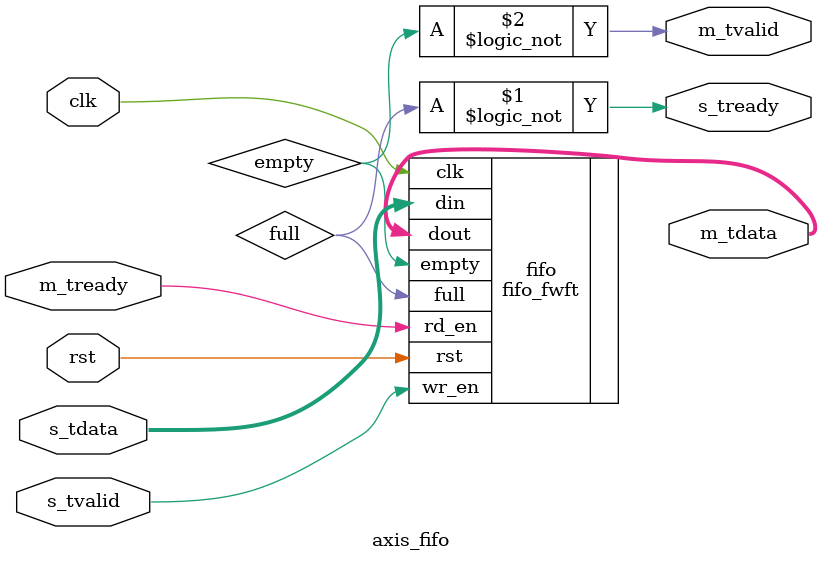
<source format=v>
`timescale 1ps/1ps


module axis_fifo
  #(parameter DATA_WIDTH = 8,
    parameter ADDR_WIDTH = 4)
   (
    input                   clk,
    input                   rst,
    input [DATA_WIDTH-1:0]  s_tdata,
    input                   s_tvalid,
    output                  s_tready,
    output [DATA_WIDTH-1:0] m_tdata,
    input                   m_tready,
    output                  m_tvalid);

    // initial begin
    //     $dumpfile ("axis_fifo.vcd");
    //     $dumpvars (0, axis_fifo);
    //     #1;
    // end

    wire full, empty;

    assign s_tready = !full;
    assign m_tvalid = !empty;

    // fifo instance
    fifo_fwft
    #(
        .ADDR_WIDTH(ADDR_WIDTH),
        .DATA_WIDTH(DATA_WIDTH)
    )
    fifo (
        .clk    (clk),
        .rst    (rst),
        .din    (s_tdata),
        .wr_en  (s_tvalid),
        .full   (full),
        .dout   (m_tdata),
        .rd_en  (m_tready),
        .empty  (empty)
    );

endmodule
</source>
